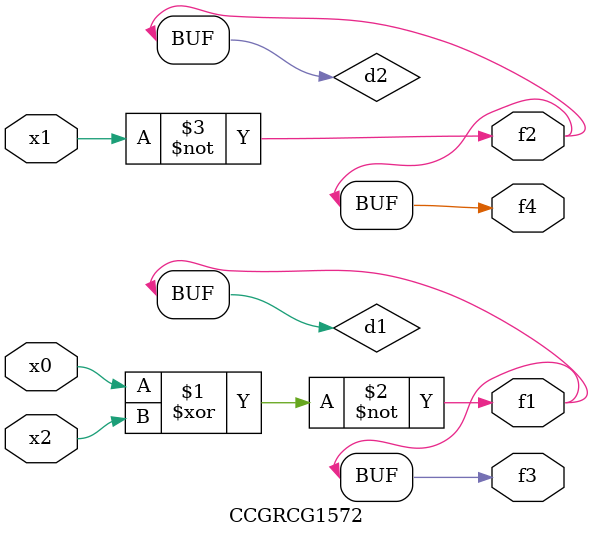
<source format=v>
module CCGRCG1572(
	input x0, x1, x2,
	output f1, f2, f3, f4
);

	wire d1, d2, d3;

	xnor (d1, x0, x2);
	nand (d2, x1);
	nor (d3, x1, x2);
	assign f1 = d1;
	assign f2 = d2;
	assign f3 = d1;
	assign f4 = d2;
endmodule

</source>
